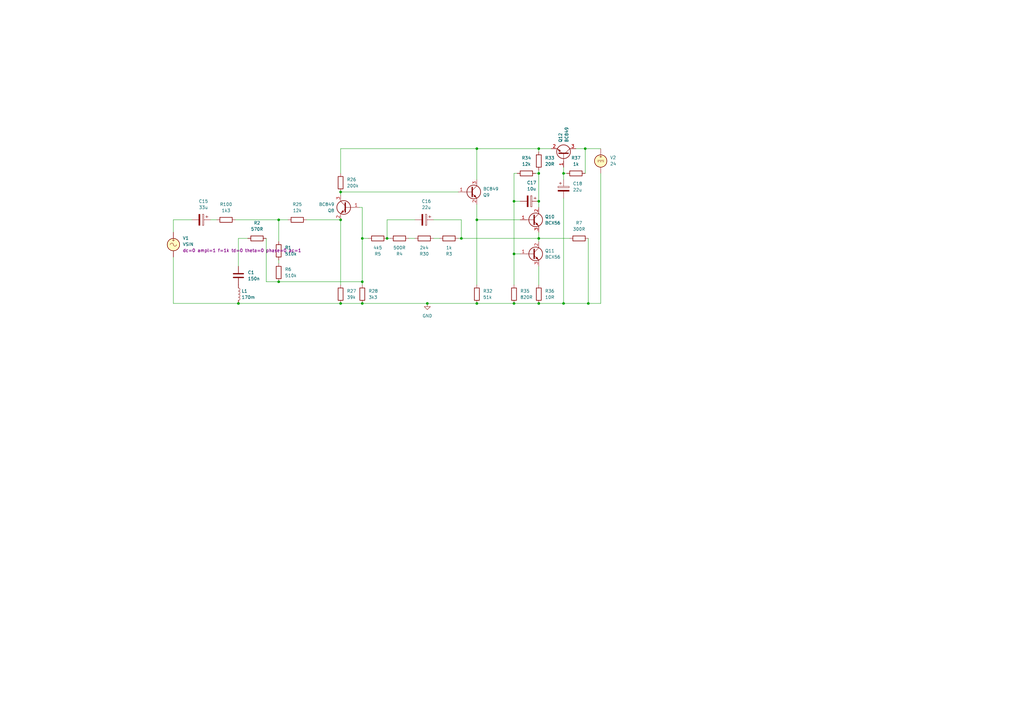
<source format=kicad_sch>
(kicad_sch (version 20250114) (generator "eeschema") (generator_version "9.0")
  (paper "A3")
  (title_block (date "2025-07-09"))
  (lib_symbols
    (symbol "Device:C" (pin_numbers (hide yes)) (pin_names (offset 0.254))
      (property "Reference" "C" (at 0.635 2.54 0))
      (property "Value" "C" (at 0.635 -2.54 0))
      (symbol "C_0_1"
        (polyline (pts (xy -2.032 0.762) (xy 2.032 0.762)) (stroke (width 0.508)))
        (polyline (pts (xy -2.032 -0.762) (xy 2.032 -0.762)) (stroke (width 0.508)))
      )
      (symbol "C_1_1"
        (pin passive line (at 0 3.81 270) (length 2.794) (name "~") (number "1"))
        (pin passive line (at 0 -3.81 90) (length 2.794) (name "~") (number "2"))
      )
    )
    (symbol "Device:C_Polarized" (pin_numbers (hide yes)) (pin_names (offset 0.254))
      (property "Reference" "C" (at 0.635 2.54 0))
      (property "Value" "C_Polarized" (at 0.635 -2.54 0))
      (symbol "C_Polarized_0_1"
        (rectangle (start -2.286 0.508) (end 2.286 1.016))
        (polyline (pts (xy -1.778 2.286) (xy -0.762 2.286)))
        (polyline (pts (xy -1.27 2.794) (xy -1.27 1.778)))
        (rectangle (start 2.286 -0.508) (end -2.286 -1.016) (fill (type outline)))
      )
      (symbol "C_Polarized_1_1"
        (pin passive line (at 0 3.81 270) (length 2.794) (name "~") (number "1"))
        (pin passive line (at 0 -3.81 90) (length 2.794) (name "~") (number "2"))
      )
    )
    (symbol "Device:L" (pin_numbers (hide yes)) (pin_names (offset 1.016) (hide yes))
      (property "Reference" "L" (at -1.27 0 90))
      (property "Value" "L" (at 1.905 0 90))
      (symbol "L_0_1"
        (arc (start 0 2.54) (mid 0.6323 1.905) (end 0 1.27))
        (arc (start 0 1.27) (mid 0.6323 0.635) (end 0 0))
        (arc (start 0 0) (mid 0.6323 -0.635) (end 0 -1.27))
        (arc (start 0 -1.27) (mid 0.6323 -1.905) (end 0 -2.54))
      )
      (symbol "L_1_1"
        (pin passive line (at 0 3.81 270) (length 1.27) (name "1") (number "1"))
        (pin passive line (at 0 -3.81 90) (length 1.27) (name "2") (number "2"))
      )
    )
    (symbol "Device:R" (pin_numbers (hide yes)) (pin_names (offset 0))
      (property "Reference" "R" (at 2.032 0 90))
      (property "Value" "R" (at 0 0 90))
      (symbol "R_0_1"
        (rectangle (start -1.016 -2.54) (end 1.016 2.54) (stroke (width 0.254)))
      )
      (symbol "R_1_1"
        (pin passive line (at 0 3.81 270) (length 1.27) (name "~") (number "1"))
        (pin passive line (at 0 -3.81 90) (length 1.27) (name "~") (number "2"))
      )
    )
    (symbol "Simulation_SPICE:VDC" (pin_numbers (hide yes)) (pin_names (offset 0.0254))
      (property "Reference" "V" (at 2.54 2.54 0))
      (property "Value" "1" (at 2.54 0 0))
      (symbol "VDC_0_0"
        (polyline (pts (xy -1.27 0.254) (xy 1.27 0.254)))
        (polyline (pts (xy -0.762 -0.254) (xy -1.27 -0.254)))
        (polyline (pts (xy 0.254 -0.254) (xy -0.254 -0.254)))
        (polyline (pts (xy 1.27 -0.254) (xy 0.762 -0.254)))
        (text "+" (at 0 1.905 0) (effects (font (size 1.27 1.27))))
      )
      (symbol "VDC_0_1"
        (circle (center 0 0) (radius 2.54) (stroke (width 0.254)) (fill (type background)))
      )
      (symbol "VDC_1_1"
        (pin passive line (at 0 5.08 270) (length 2.54) (name "~") (number "1"))
        (pin passive line (at 0 -5.08 90) (length 2.54) (name "~") (number "2"))
      )
    )
    (symbol "Simulation_SPICE:VSIN" (pin_numbers (hide yes)) (pin_names (offset 0.0254))
      (property "Reference" "V" (at 2.54 2.54 0))
      (property "Value" "VSIN" (at 2.54 0 0))
      (property "Sim.Params" "dc=0 ampl=1 f=1k ac=1" (at 2.54 -2.54 0))
      (symbol "VSIN_0_0"
        (arc (start -1.27 0) (mid -0.635 0.6323) (end 0 0))
        (arc (start 1.27 0) (mid 0.635 -0.6323) (end 0 0))
        (text "+" (at 0 1.905 0) (effects (font (size 1.27 1.27))))
      )
      (symbol "VSIN_0_1"
        (circle (center 0 0) (radius 2.54) (stroke (width 0.254)) (fill (type background)))
      )
      (symbol "VSIN_1_1"
        (pin passive line (at 0 5.08 270) (length 2.54) (name "~") (number "1"))
        (pin passive line (at 0 -5.08 90) (length 2.54) (name "~") (number "2"))
      )
    )
    (symbol "Transistor_BJT:BC849" (pin_names (offset 0) (hide yes))
      (property "Reference" "Q" (at 5.08 1.905 0))
      (property "Value" "BC849" (at 5.08 0 0))
      (symbol "BC849_0_1"
        (polyline (pts (xy -2.54 0) (xy 0.635 0)))
        (polyline (pts (xy 0.635 1.905) (xy 0.635 -1.905)) (stroke (width 0.508)))
        (circle (center 1.27 0) (radius 2.8194) (stroke (width 0.254)))
      )
      (symbol "BC849_1_1"
        (polyline (pts (xy 0.635 0.635) (xy 2.54 2.54)))
        (polyline (pts (xy 0.635 -0.635) (xy 2.54 -2.54)))
        (polyline (pts (xy 1.27 -1.778) (xy 1.778 -1.27) (xy 2.286 -2.286) (xy 1.27 -1.778)) (fill (type outline)))
        (pin input line (at -5.08 0 0) (length 2.54) (name "B") (number "1"))
        (pin passive line (at 2.54 5.08 270) (length 2.54) (name "C") (number "3"))
        (pin passive line (at 2.54 -5.08 90) (length 2.54) (name "E") (number "2"))
      )
    )
    (symbol "Transistor_BJT:BCX56" (pin_names (offset 0) (hide yes))
      (property "Reference" "Q" (at 5.08 1.905 0))
      (property "Value" "BCX56" (at 5.08 0 0))
      (symbol "BCX56_0_1"
        (polyline (pts (xy -2.54 0) (xy 0.635 0)))
        (polyline (pts (xy 0.635 1.905) (xy 0.635 -1.905)) (stroke (width 0.508)))
        (circle (center 1.27 0) (radius 2.8194) (stroke (width 0.254)))
      )
      (symbol "BCX56_1_1"
        (polyline (pts (xy 0.635 0.635) (xy 2.54 2.54)))
        (polyline (pts (xy 0.635 -0.635) (xy 2.54 -2.54)))
        (polyline (pts (xy 1.27 -1.778) (xy 1.778 -1.27) (xy 2.286 -2.286) (xy 1.27 -1.778)) (fill (type outline)))
        (pin input line (at -5.08 0 0) (length 2.54) (name "B") (number "1"))
        (pin passive line (at 2.54 5.08 270) (length 2.54) (name "C") (number "2"))
        (pin passive line (at 2.54 -5.08 90) (length 2.54) (name "E") (number "3"))
      )
    )
    (symbol "power:GND" (power) (pin_numbers (hide yes)) (pin_names (offset 0) (hide yes))
      (property "Value" "GND" (at 0 -3.81 0))
      (symbol "GND_0_1"
        (polyline (pts (xy 0 0) (xy 0 -1.27) (xy 1.27 -1.27) (xy 0 -2.54) (xy -1.27 -1.27) (xy 0 -1.27)))
      )
      (symbol "GND_1_1"
        (pin power_in line (at 0 0 270) (length 0) (name "~") (number "1"))
      )
    )
  )
  (junction (at 220.98 97.79))
  (junction (at 195.58 90.17))
  (junction (at 241.3 124.46))
  (junction (at 220.98 124.46))
  (junction (at 139.7 90.17))
  (junction (at 175.26 124.46))
  (junction (at 231.14 71.12))
  (junction (at 114.3 115.57))
  (junction (at 139.7 124.46))
  (junction (at 148.59 124.46))
  (junction (at 97.79 124.46))
  (junction (at 189.23 97.79))
  (junction (at 210.82 82.55))
  (junction (at 231.14 124.46))
  (junction (at 220.98 60.96))
  (junction (at 240.03 60.96))
  (junction (at 195.58 60.96))
  (junction (at 148.59 115.57))
  (junction (at 195.58 124.46))
  (junction (at 148.59 97.79))
  (junction (at 158.75 97.79))
  (junction (at 220.98 82.55))
  (junction (at 210.82 104.14))
  (junction (at 220.98 71.12))
  (junction (at 210.82 124.46))
  (junction (at 139.7 78.74))
  (junction (at 114.3 90.17))
  (wire (pts (xy 125.73 90.17) (xy 139.7 90.17)))
  (wire (pts (xy 231.14 68.58) (xy 231.14 71.12)))
  (wire (pts (xy 231.14 81.28) (xy 231.14 124.46)))
  (wire (pts (xy 195.58 124.46) (xy 210.82 124.46)))
  (wire (pts (xy 213.36 104.14) (xy 210.82 104.14)))
  (wire (pts (xy 139.7 60.96) (xy 139.7 71.12)))
  (wire (pts (xy 220.98 95.25) (xy 220.98 97.79)))
  (wire (pts (xy 220.98 82.55) (xy 220.98 85.09)))
  (wire (pts (xy 167.64 97.79) (xy 170.18 97.79)))
  (wire (pts (xy 240.03 60.96) (xy 246.38 60.96)))
  (wire (pts (xy 114.3 106.68) (xy 114.3 107.95)))
  (wire (pts (xy 96.52 90.17) (xy 114.3 90.17)))
  (wire (pts (xy 71.12 90.17) (xy 71.12 95.25)))
  (wire (pts (xy 231.14 71.12) (xy 232.41 71.12)))
  (wire (pts (xy 189.23 97.79) (xy 187.96 97.79)))
  (wire (pts (xy 189.23 90.17) (xy 189.23 97.79)))
  (wire (pts (xy 86.36 90.17) (xy 88.9 90.17)))
  (wire (pts (xy 240.03 60.96) (xy 236.22 60.96)))
  (wire (pts (xy 231.14 124.46) (xy 241.3 124.46)))
  (wire (pts (xy 139.7 124.46) (xy 148.59 124.46)))
  (wire (pts (xy 210.82 71.12) (xy 210.82 82.55)))
  (wire (pts (xy 220.98 69.85) (xy 220.98 71.12)))
  (wire (pts (xy 109.22 97.79) (xy 109.22 115.57)))
  (wire (pts (xy 109.22 115.57) (xy 114.3 115.57)))
  (wire (pts (xy 177.8 97.79) (xy 180.34 97.79)))
  (wire (pts (xy 231.14 71.12) (xy 231.14 73.66)))
  (wire (pts (xy 151.13 97.79) (xy 148.59 97.79)))
  (wire (pts (xy 210.82 124.46) (xy 220.98 124.46)))
  (wire (pts (xy 241.3 124.46) (xy 246.38 124.46)))
  (wire (pts (xy 114.3 115.57) (xy 148.59 115.57)))
  (wire (pts (xy 148.59 115.57) (xy 148.59 116.84)))
  (wire (pts (xy 219.71 71.12) (xy 220.98 71.12)))
  (wire (pts (xy 241.3 97.79) (xy 241.3 124.46)))
  (wire (pts (xy 210.82 82.55) (xy 210.82 104.14)))
  (wire (pts (xy 97.79 97.79) (xy 97.79 109.22)))
  (wire (pts (xy 210.82 104.14) (xy 210.82 116.84)))
  (wire (pts (xy 240.03 71.12) (xy 240.03 60.96)))
  (wire (pts (xy 177.8 90.17) (xy 189.23 90.17)))
  (wire (pts (xy 195.58 60.96) (xy 220.98 60.96)))
  (wire (pts (xy 195.58 73.66) (xy 195.58 60.96)))
  (wire (pts (xy 148.59 124.46) (xy 175.26 124.46)))
  (wire (pts (xy 210.82 82.55) (xy 213.36 82.55)))
  (wire (pts (xy 160.02 97.79) (xy 158.75 97.79)))
  (wire (pts (xy 139.7 90.17) (xy 139.7 116.84)))
  (wire (pts (xy 148.59 85.09) (xy 148.59 97.79)))
  (wire (pts (xy 97.79 124.46) (xy 139.7 124.46)))
  (wire (pts (xy 246.38 124.46) (xy 246.38 71.12)))
  (wire (pts (xy 158.75 90.17) (xy 158.75 97.79)))
  (wire (pts (xy 101.6 97.79) (xy 97.79 97.79)))
  (wire (pts (xy 212.09 71.12) (xy 210.82 71.12)))
  (wire (pts (xy 220.98 62.23) (xy 220.98 60.96)))
  (wire (pts (xy 139.7 60.96) (xy 195.58 60.96)))
  (wire (pts (xy 158.75 90.17) (xy 170.18 90.17)))
  (wire (pts (xy 231.14 124.46) (xy 220.98 124.46)))
  (wire (pts (xy 220.98 109.22) (xy 220.98 116.84)))
  (wire (pts (xy 220.98 71.12) (xy 220.98 82.55)))
  (wire (pts (xy 71.12 105.41) (xy 71.12 124.46)))
  (wire (pts (xy 220.98 97.79) (xy 233.68 97.79)))
  (wire (pts (xy 71.12 124.46) (xy 97.79 124.46)))
  (wire (pts (xy 189.23 97.79) (xy 220.98 97.79)))
  (wire (pts (xy 78.74 90.17) (xy 71.12 90.17)))
  (wire (pts (xy 114.3 90.17) (xy 114.3 99.06)))
  (wire (pts (xy 114.3 90.17) (xy 118.11 90.17)))
  (wire (pts (xy 175.26 124.46) (xy 195.58 124.46)))
  (wire (pts (xy 195.58 83.82) (xy 195.58 90.17)))
  (wire (pts (xy 220.98 97.79) (xy 220.98 99.06)))
  (wire (pts (xy 195.58 90.17) (xy 213.36 90.17)))
  (wire (pts (xy 195.58 90.17) (xy 195.58 116.84)))
  (wire (pts (xy 139.7 78.74) (xy 187.96 78.74)))
  (wire (pts (xy 147.32 85.09) (xy 148.59 85.09)))
  (wire (pts (xy 148.59 97.79) (xy 148.59 115.57)))
  (wire (pts (xy 220.98 60.96) (xy 226.06 60.96)))
  (wire (pts (xy 139.7 78.74) (xy 139.7 80.01)))
  (symbol (lib_id "Device:R") (at 195.58 120.65 180) (unit 1)
    (property "Reference" "R32" (at 198.12 119.3799 0) (effects (justify right)))
    (property "Value" "51k" (at 198.12 121.9199 0) (effects (justify right)))
    (property "Description" "Resistor" (effects (hide yes)))
  )
  (symbol (lib_id "Transistor_BJT:BC849") (at 231.14 63.5 270) (mirror x) (unit 1)
    (property "Reference" "Q12" (at 229.8699 58.42 0) (effects (justify left)))
    (property "Value" "BC849" (at 232.4099 58.42 0) (effects (justify left)))
    (property "Footprint" "Package_TO_SOT_SMD:SOT-23" (effects (hide yes)))
    (property "Datasheet" "http://www.infineon.com/dgdl/Infineon-BC847SERIES_BC848SERIES_BC849SERIES_BC850SERIES-DS-v01_01-en.pdf?fileId=db3a304314dca389011541d4630a1657" (effects (hide yes)))
    (property "Description" "0.1A Ic, 30V Vce, NPN Transistor, SOT-23" (effects (hide yes)))
    (property "Sim.Device" "NPN" (effects (hide yes)))
    (property "Sim.Type" "VBIC" (effects (hide yes)))
    (property "Sim.Pins" "1=C 2=B 3=E" (effects (hide yes)))
  )
  (symbol (lib_id "Device:R") (at 237.49 97.79 270) (unit 1)
    (property "Reference" "R7" (at 237.49 91.44 90))
    (property "Value" "300R" (at 237.49 93.98 90))
    (property "Description" "Resistor" (effects (hide yes)))
  )
  (symbol (lib_id "Device:L") (at 97.79 120.65 0) (unit 1)
    (property "Reference" "L1" (at 99.06 119.3799 0) (effects (justify left)))
    (property "Value" "170m" (at 99.06 121.9199 0) (effects (justify left)))
    (property "Description" "Inductor" (effects (hide yes)))
  )
  (symbol (lib_id "Device:R") (at 139.7 74.93 180) (unit 1)
    (property "Reference" "R26" (at 142.24 73.6599 0) (effects (justify right)))
    (property "Value" "200k" (at 142.24 76.1999 0) (effects (justify right)))
    (property "Description" "Resistor" (effects (hide yes)))
  )
  (symbol (lib_id "Device:C_Polarized") (at 217.17 82.55 270) (unit 1)
    (property "Reference" "C17" (at 218.059 74.93 90))
    (property "Value" "10u" (at 218.059 77.47 90))
    (property "Description" "Polarized capacitor" (effects (hide yes)))
  )
  (symbol (lib_id "Device:R") (at 236.22 71.12 270) (unit 1)
    (property "Reference" "R37" (at 236.22 64.77 90))
    (property "Value" "1k" (at 236.22 67.31 90))
    (property "Description" "Resistor" (effects (hide yes)))
  )
  (symbol (lib_id "Device:R") (at 139.7 120.65 180) (unit 1)
    (property "Reference" "R27" (at 142.24 119.3799 0) (effects (justify right)))
    (property "Value" "39k" (at 142.24 121.9199 0) (effects (justify right)))
    (property "Description" "Resistor" (effects (hide yes)))
  )
  (symbol (lib_id "Device:C") (at 97.79 113.03 0) (unit 1)
    (property "Reference" "C1" (at 101.6 111.7599 0) (effects (justify left)))
    (property "Value" "150n" (at 101.6 114.2999 0) (effects (justify left)))
    (property "Description" "Unpolarized capacitor" (effects (hide yes)))
  )
  (symbol (lib_id "Device:R") (at 154.94 97.79 270) (mirror x) (unit 1)
    (property "Reference" "R5" (at 154.94 104.14 90))
    (property "Value" "4k5" (at 154.94 101.6 90))
    (property "Description" "Resistor" (effects (hide yes)))
  )
  (symbol (lib_id "Device:C_Polarized") (at 231.14 77.47 0) (unit 1)
    (property "Reference" "C18" (at 234.95 75.3109 0) (effects (justify left)))
    (property "Value" "22u" (at 234.95 77.8509 0) (effects (justify left)))
    (property "Description" "Polarized capacitor" (effects (hide yes)))
  )
  (symbol (lib_id "Transistor_BJT:BC849") (at 193.04 78.74 0) (unit 1)
    (property "Reference" "Q9" (at 198.12 80.0101 0) (effects (justify left)))
    (property "Value" "BC849" (at 198.12 77.4701 0) (effects (justify left)))
    (property "Footprint" "Package_TO_SOT_SMD:SOT-23" (effects (hide yes)))
    (property "Datasheet" "http://www.infineon.com/dgdl/Infineon-BC847SERIES_BC848SERIES_BC849SERIES_BC850SERIES-DS-v01_01-en.pdf?fileId=db3a304314dca389011541d4630a1657" (effects (hide yes)))
    (property "Description" "0.1A Ic, 30V Vce, NPN Transistor, SOT-23" (effects (hide yes)))
    (property "Sim.Device" "NPN" (effects (hide yes)))
    (property "Sim.Type" "VBIC" (effects (hide yes)))
    (property "Sim.Pins" "1=C 2=B 3=E" (effects (hide yes)))
  )
  (symbol (lib_id "Transistor_BJT:BC849") (at 142.24 85.09 0) (mirror y) (unit 1)
    (property "Reference" "Q8" (at 137.16 86.3601 0) (effects (justify left)))
    (property "Value" "BC849" (at 137.16 83.8201 0) (effects (justify left)))
    (property "Footprint" "Package_TO_SOT_SMD:SOT-23" (effects (hide yes)))
    (property "Datasheet" "http://www.infineon.com/dgdl/Infineon-BC847SERIES_BC848SERIES_BC849SERIES_BC850SERIES-DS-v01_01-en.pdf?fileId=db3a304314dca389011541d4630a1657" (effects (hide yes)))
    (property "Description" "0.1A Ic, 30V Vce, NPN Transistor, SOT-23" (effects (hide yes)))
    (property "Sim.Device" "NPN" (effects (hide yes)))
    (property "Sim.Type" "VBIC" (effects (hide yes)))
    (property "Sim.Pins" "1=C 2=B 3=E" (effects (hide yes)))
  )
  (symbol (lib_id "Device:C_Polarized") (at 173.99 90.17 270) (unit 1)
    (property "Reference" "C16" (at 174.879 82.55 90))
    (property "Value" "22u" (at 174.879 85.09 90))
    (property "Description" "Polarized capacitor" (effects (hide yes)))
  )
  (symbol (lib_id "Device:R") (at 114.3 111.76 180) (unit 1)
    (property "Reference" "R6" (at 116.84 110.4899 0) (effects (justify right)))
    (property "Value" "510k" (at 116.84 113.0299 0) (effects (justify right)))
    (property "Description" "Resistor" (effects (hide yes)))
  )
  (symbol (lib_id "Device:C_Polarized") (at 82.55 90.17 270) (unit 1)
    (property "Reference" "C15" (at 83.439 82.55 90))
    (property "Value" "33u" (at 83.439 85.09 90))
    (property "Description" "Polarized capacitor" (effects (hide yes)))
  )
  (symbol (lib_id "Device:R") (at 121.92 90.17 270) (unit 1)
    (property "Reference" "R25" (at 121.92 83.82 90))
    (property "Value" "12k" (at 121.92 86.36 90))
    (property "Description" "Resistor" (effects (hide yes)))
  )
  (symbol (lib_id "Device:R") (at 173.99 97.79 270) (mirror x) (unit 1)
    (property "Reference" "R30" (at 173.99 104.14 90))
    (property "Value" "2k4" (at 173.99 101.6 90))
    (property "Description" "Resistor" (effects (hide yes)))
  )
  (symbol (lib_id "Device:R") (at 220.98 120.65 180) (unit 1)
    (property "Reference" "R36" (at 223.52 119.3799 0) (effects (justify right)))
    (property "Value" "10R" (at 223.52 121.9199 0) (effects (justify right)))
    (property "Description" "Resistor" (effects (hide yes)))
  )
  (symbol (lib_id "Device:R") (at 105.41 97.79 270) (unit 1)
    (property "Reference" "R2" (at 105.41 91.44 90))
    (property "Value" "570R" (at 105.41 93.98 90))
    (property "Description" "Resistor" (effects (hide yes)))
  )
  (symbol (lib_id "Device:R") (at 92.71 90.17 270) (unit 1)
    (property "Reference" "R100" (at 92.71 83.82 90))
    (property "Value" "1k3" (at 92.71 86.36 90))
    (property "Description" "Resistor" (effects (hide yes)))
  )
  (symbol (lib_id "Device:R") (at 184.15 97.79 270) (mirror x) (unit 1)
    (property "Reference" "R3" (at 184.15 104.14 90))
    (property "Value" "1k" (at 184.15 101.6 90))
    (property "Description" "Resistor" (effects (hide yes)))
  )
  (symbol (lib_id "Device:R") (at 148.59 120.65 180) (unit 1)
    (property "Reference" "R28" (at 151.13 119.3799 0) (effects (justify right)))
    (property "Value" "3k3" (at 151.13 121.9199 0) (effects (justify right)))
    (property "Description" "Resistor" (effects (hide yes)))
  )
  (symbol (lib_id "Device:R") (at 163.83 97.79 270) (mirror x) (unit 1)
    (property "Reference" "R4" (at 163.83 104.14 90))
    (property "Value" "500R" (at 163.83 101.6 90))
    (property "Description" "Resistor" (effects (hide yes)))
  )
  (symbol (lib_id "Device:R") (at 210.82 120.65 180) (unit 1)
    (property "Reference" "R35" (at 213.36 119.3799 0) (effects (justify right)))
    (property "Value" "820R" (at 213.36 121.9199 0) (effects (justify right)))
    (property "Description" "Resistor" (effects (hide yes)))
  )
  (symbol (lib_id "Simulation_SPICE:VDC") (at 246.38 66.04 0) (unit 1)
    (property "Reference" "V2" (at 250.19 64.6401 0) (effects (justify left)))
    (property "Value" "24" (at 250.19 67.1801 0) (effects (justify left)))
    (property "Datasheet" "https://ngspice.sourceforge.io/docs/ngspice-html-manual/manual.xhtml#sec_Independent_Sources_for" (effects (hide yes)))
    (property "Description" "Voltage source, DC" (effects (hide yes)))
    (property "Sim.Pins" "1=+ 2=-" (effects (hide yes)))
    (property "Sim.Type" "DC" (effects (hide yes)))
    (property "Sim.Device" "V" (effects (hide yes)))
  )
  (symbol (lib_id "Transistor_BJT:BCX56") (at 218.44 90.17 0) (unit 1)
    (property "Reference" "Q10" (at 223.52 88.8999 0) (effects (justify left)))
    (property "Value" "BCX56" (at 223.52 91.4399 0) (effects (justify left)))
    (property "Footprint" "Package_TO_SOT_SMD:SOT-89-3" (effects (hide yes)))
    (property "Datasheet" "https://www.nxp.com/docs/en/data-sheet/BCP56_BCX56_BC56PA.pdf" (effects (hide yes)))
    (property "Description" "1A Ic, 80V Vce, NPN Medium Power Transistor, SOT-89" (effects (hide yes)))
    (property "Sim.Device" "NPN" (effects (hide yes)))
    (property "Sim.Type" "VBIC" (effects (hide yes)))
    (property "Sim.Pins" "1=C 2=B 3=E" (effects (hide yes)))
  )
  (symbol (lib_id "Device:R") (at 215.9 71.12 270) (unit 1)
    (property "Reference" "R34" (at 215.9 64.77 90))
    (property "Value" "12k" (at 215.9 67.31 90))
    (property "Description" "Resistor" (effects (hide yes)))
  )
  (symbol (lib_id "Device:R") (at 114.3 102.87 180) (unit 1)
    (property "Reference" "R1" (at 116.84 101.5999 0) (effects (justify right)))
    (property "Value" "510k" (at 116.84 104.1399 0) (effects (justify right)))
    (property "Description" "Resistor" (effects (hide yes)))
  )
  (symbol (lib_id "power:GND") (at 175.26 124.46 0) (unit 1)
    (property "Reference" "#PWR08" (effects (hide yes)))
    (property "Value" "GND" (at 175.26 129.54 0))
    (property "Description" "Power symbol creates a global label with name \"GND\" , ground" (effects (hide yes)))
  )
  (symbol (lib_id "Simulation_SPICE:VSIN") (at 71.12 100.33 0) (unit 1)
    (property "Reference" "V1" (at 74.93 97.6601 0) (effects (justify left)))
    (property "Value" "VSIN" (at 74.93 100.2001 0) (effects (justify left)))
    (property "Datasheet" "https://ngspice.sourceforge.io/docs/ngspice-html-manual/manual.xhtml#sec_Independent_Sources_for" (effects (hide yes)))
    (property "Description" "Voltage source, sinusoidal" (effects (hide yes)))
    (property "Sim.Pins" "1=+ 2=-" (effects (hide yes)))
    (property "Sim.Params" "dc=0 ampl=1 f=1k td=0 theta=0 phase=0 ac=1" (at 74.93 102.7401 0) (effects (justify left)))
    (property "Sim.Type" "SIN" (effects (hide yes)))
    (property "Sim.Device" "V" (effects (hide yes)))
  )
  (symbol (lib_id "Transistor_BJT:BCX56") (at 218.44 104.14 0) (unit 1)
    (property "Reference" "Q11" (at 223.52 102.8699 0) (effects (justify left)))
    (property "Value" "BCX56" (at 223.52 105.4099 0) (effects (justify left)))
    (property "Footprint" "Package_TO_SOT_SMD:SOT-89-3" (effects (hide yes)))
    (property "Datasheet" "https://www.nxp.com/docs/en/data-sheet/BCP56_BCX56_BC56PA.pdf" (effects (hide yes)))
    (property "Description" "1A Ic, 80V Vce, NPN Medium Power Transistor, SOT-89" (effects (hide yes)))
    (property "Sim.Device" "NPN" (effects (hide yes)))
    (property "Sim.Type" "VBIC" (effects (hide yes)))
    (property "Sim.Pins" "1=C 2=B 3=E" (effects (hide yes)))
  )
  (symbol (lib_id "Device:R") (at 220.98 66.04 180) (unit 1)
    (property "Reference" "R33" (at 223.52 64.7699 0) (effects (justify right)))
    (property "Value" "20R" (at 223.52 67.3099 0) (effects (justify right)))
    (property "Description" "Resistor" (effects (hide yes)))
  )
)
</source>
